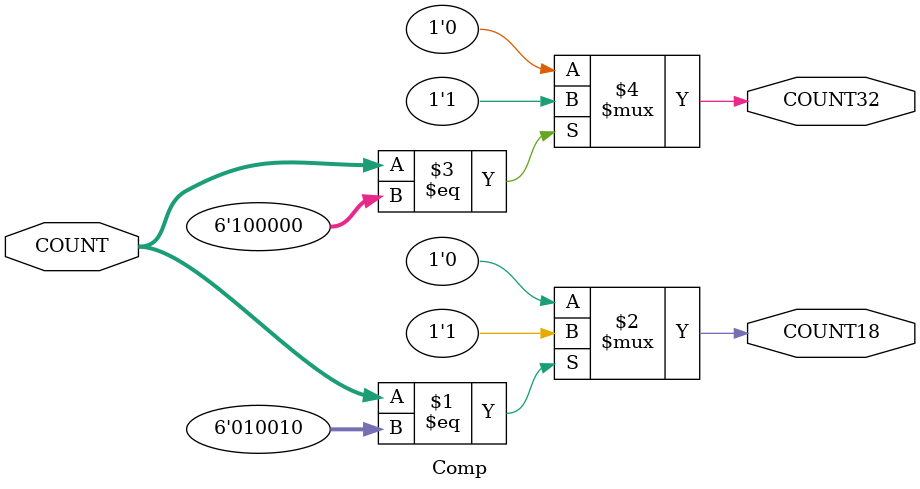
<source format=v>
module Comp (COUNT,COUNT18,COUNT32);

	// ENTRADAS Y SALIDAS DEL SISTEMA

	input wire [5:0] COUNT;
	output wire COUNT18;
	output wire COUNT32;

	assign COUNT18=(COUNT==18)?1'b1:1'b0;
	assign COUNT32=(COUNT==32)?1'b1:1'b0;

endmodule

</source>
